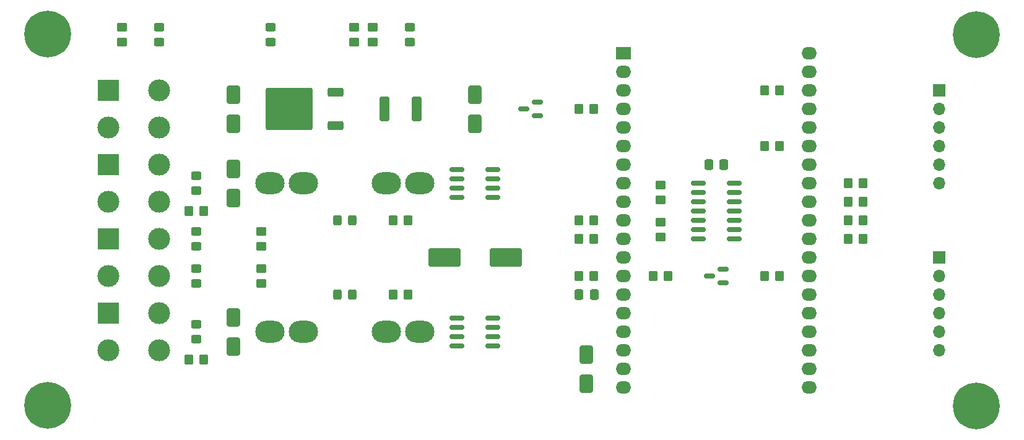
<source format=gts>
G04 #@! TF.GenerationSoftware,KiCad,Pcbnew,8.0.7*
G04 #@! TF.CreationDate,2025-01-05T11:55:31+01:00*
G04 #@! TF.ProjectId,ADLSC,41444c53-432e-46b6-9963-61645f706362,V1.0*
G04 #@! TF.SameCoordinates,Original*
G04 #@! TF.FileFunction,Soldermask,Top*
G04 #@! TF.FilePolarity,Negative*
%FSLAX46Y46*%
G04 Gerber Fmt 4.6, Leading zero omitted, Abs format (unit mm)*
G04 Created by KiCad (PCBNEW 8.0.7) date 2025-01-05 11:55:31*
%MOMM*%
%LPD*%
G01*
G04 APERTURE LIST*
G04 Aperture macros list*
%AMRoundRect*
0 Rectangle with rounded corners*
0 $1 Rounding radius*
0 $2 $3 $4 $5 $6 $7 $8 $9 X,Y pos of 4 corners*
0 Add a 4 corners polygon primitive as box body*
4,1,4,$2,$3,$4,$5,$6,$7,$8,$9,$2,$3,0*
0 Add four circle primitives for the rounded corners*
1,1,$1+$1,$2,$3*
1,1,$1+$1,$4,$5*
1,1,$1+$1,$6,$7*
1,1,$1+$1,$8,$9*
0 Add four rect primitives between the rounded corners*
20,1,$1+$1,$2,$3,$4,$5,0*
20,1,$1+$1,$4,$5,$6,$7,0*
20,1,$1+$1,$6,$7,$8,$9,0*
20,1,$1+$1,$8,$9,$2,$3,0*%
G04 Aperture macros list end*
%ADD10RoundRect,0.150000X-0.825000X-0.150000X0.825000X-0.150000X0.825000X0.150000X-0.825000X0.150000X0*%
%ADD11RoundRect,0.250000X0.350000X0.450000X-0.350000X0.450000X-0.350000X-0.450000X0.350000X-0.450000X0*%
%ADD12C,3.000000*%
%ADD13R,3.000000X3.000000*%
%ADD14RoundRect,0.250000X0.450000X-0.325000X0.450000X0.325000X-0.450000X0.325000X-0.450000X-0.325000X0*%
%ADD15RoundRect,0.150000X0.825000X0.150000X-0.825000X0.150000X-0.825000X-0.150000X0.825000X-0.150000X0*%
%ADD16RoundRect,0.250000X-0.450000X0.350000X-0.450000X-0.350000X0.450000X-0.350000X0.450000X0.350000X0*%
%ADD17RoundRect,0.250000X0.450000X-0.350000X0.450000X0.350000X-0.450000X0.350000X-0.450000X-0.350000X0*%
%ADD18RoundRect,0.250000X0.650000X-1.000000X0.650000X1.000000X-0.650000X1.000000X-0.650000X-1.000000X0*%
%ADD19O,4.000000X3.000000*%
%ADD20RoundRect,0.250000X-0.350000X-0.450000X0.350000X-0.450000X0.350000X0.450000X-0.350000X0.450000X0*%
%ADD21RoundRect,0.250000X-0.325000X-0.450000X0.325000X-0.450000X0.325000X0.450000X-0.325000X0.450000X0*%
%ADD22RoundRect,0.150000X0.587500X0.150000X-0.587500X0.150000X-0.587500X-0.150000X0.587500X-0.150000X0*%
%ADD23RoundRect,0.250000X-0.400000X-1.450000X0.400000X-1.450000X0.400000X1.450000X-0.400000X1.450000X0*%
%ADD24O,1.700000X1.700000*%
%ADD25R,1.700000X1.700000*%
%ADD26RoundRect,0.250000X0.850000X0.350000X-0.850000X0.350000X-0.850000X-0.350000X0.850000X-0.350000X0*%
%ADD27RoundRect,0.249997X2.950003X2.650003X-2.950003X2.650003X-2.950003X-2.650003X2.950003X-2.650003X0*%
%ADD28RoundRect,0.250000X-0.337500X-0.475000X0.337500X-0.475000X0.337500X0.475000X-0.337500X0.475000X0*%
%ADD29O,2.100000X1.700000*%
%ADD30R,2.100000X1.700000*%
%ADD31C,0.800000*%
%ADD32C,6.400000*%
%ADD33RoundRect,0.250000X1.950000X1.000000X-1.950000X1.000000X-1.950000X-1.000000X1.950000X-1.000000X0*%
%ADD34RoundRect,0.250000X0.337500X0.475000X-0.337500X0.475000X-0.337500X-0.475000X0.337500X-0.475000X0*%
G04 APERTURE END LIST*
D10*
X98995000Y-25400000D03*
X98995000Y-26670000D03*
X98995000Y-27940000D03*
X98995000Y-29210000D03*
X98995000Y-30480000D03*
X98995000Y-31750000D03*
X98995000Y-33020000D03*
X94045000Y-33020000D03*
X94045000Y-31750000D03*
X94045000Y-30480000D03*
X94045000Y-29210000D03*
X94045000Y-27940000D03*
X94045000Y-26670000D03*
X94045000Y-25400000D03*
D11*
X24400000Y-29210000D03*
X26400000Y-29210000D03*
D12*
X20320000Y-12700000D03*
D13*
X13320000Y-12700000D03*
D12*
X20320000Y-17780000D03*
X13320000Y-17780000D03*
D14*
X20320000Y-6105000D03*
X20320000Y-4055000D03*
D15*
X61025000Y-47625000D03*
X61025000Y-46355000D03*
X61025000Y-45085000D03*
X61025000Y-43815000D03*
X65975000Y-43815000D03*
X65975000Y-45085000D03*
X65975000Y-46355000D03*
X65975000Y-47625000D03*
D16*
X88900000Y-32750000D03*
X88900000Y-30750000D03*
D17*
X34290000Y-37100000D03*
X34290000Y-39100000D03*
D11*
X103140000Y-12700000D03*
X105140000Y-12700000D03*
D18*
X30480000Y-43720000D03*
X30480000Y-47720000D03*
D11*
X52340000Y-40640000D03*
X54340000Y-40640000D03*
D17*
X88900000Y-25670000D03*
X88900000Y-27670000D03*
D11*
X52340000Y-30480000D03*
X54340000Y-30480000D03*
D18*
X30480000Y-23400000D03*
X30480000Y-27400000D03*
D19*
X35470000Y-45720000D03*
X40070000Y-45720000D03*
X51370000Y-45720000D03*
X55970000Y-45720000D03*
D12*
X13320000Y-48260000D03*
X20320000Y-48260000D03*
D13*
X13320000Y-43180000D03*
D12*
X20320000Y-43180000D03*
D11*
X114570000Y-27940000D03*
X116570000Y-27940000D03*
X24400000Y-49530000D03*
X26400000Y-49530000D03*
D12*
X13320000Y-27940000D03*
X20320000Y-27940000D03*
D13*
X13320000Y-22860000D03*
D12*
X20320000Y-22860000D03*
D20*
X105140000Y-38100000D03*
X103140000Y-38100000D03*
D17*
X49530000Y-4080000D03*
X49530000Y-6080000D03*
D15*
X61025000Y-27305000D03*
X61025000Y-26035000D03*
X61025000Y-24765000D03*
X61025000Y-23495000D03*
X65975000Y-23495000D03*
X65975000Y-24765000D03*
X65975000Y-26035000D03*
X65975000Y-27305000D03*
D21*
X46745000Y-40640000D03*
X44695000Y-40640000D03*
D14*
X25400000Y-37075000D03*
X25400000Y-39125000D03*
D22*
X95582500Y-38100000D03*
X97457500Y-37150000D03*
X97457500Y-39050000D03*
D23*
X55565000Y-15240000D03*
X51115000Y-15240000D03*
D24*
X127000000Y-25400000D03*
X127000000Y-22860000D03*
X127000000Y-20320000D03*
X127000000Y-17780000D03*
X127000000Y-15240000D03*
D25*
X127000000Y-12700000D03*
D18*
X78740000Y-48800000D03*
X78740000Y-52800000D03*
X30480000Y-13240000D03*
X30480000Y-17240000D03*
D26*
X44400000Y-12960000D03*
D27*
X38100000Y-15240000D03*
D26*
X44400000Y-17520000D03*
D19*
X35470000Y-25400000D03*
X40070000Y-25400000D03*
X51370000Y-25400000D03*
X55970000Y-25400000D03*
D17*
X15240000Y-4080000D03*
X15240000Y-6080000D03*
D28*
X79807500Y-40640000D03*
X77732500Y-40640000D03*
D29*
X109220000Y-7620000D03*
X109220000Y-10160000D03*
X109220000Y-12700000D03*
X109220000Y-15240000D03*
X109220000Y-17780000D03*
X109220000Y-20320000D03*
X109220000Y-22860000D03*
X109220000Y-25400000D03*
X109220000Y-27940000D03*
X109220000Y-30480000D03*
X109220000Y-33020000D03*
X109220000Y-35560000D03*
X109220000Y-38100000D03*
X109220000Y-40640000D03*
X109220000Y-43180000D03*
X109220000Y-45720000D03*
X109220000Y-48260000D03*
X109220000Y-50800000D03*
X109220000Y-53340000D03*
X83820000Y-53340000D03*
X83820000Y-50800000D03*
X83820000Y-48260000D03*
X83820000Y-45720000D03*
X83820000Y-43180000D03*
X83820000Y-40640000D03*
X83820000Y-38100000D03*
X83820000Y-35560000D03*
X83820000Y-33020000D03*
X83820000Y-30480000D03*
X83820000Y-27940000D03*
X83820000Y-25400000D03*
X83820000Y-22860000D03*
X83820000Y-20320000D03*
X83820000Y-17780000D03*
X83820000Y-15240000D03*
X83820000Y-12700000D03*
X83820000Y-10160000D03*
D30*
X83820000Y-7620000D03*
D11*
X114570000Y-33020000D03*
X116570000Y-33020000D03*
D14*
X25400000Y-24375000D03*
X25400000Y-26425000D03*
D22*
X70182500Y-15240000D03*
X72057500Y-14290000D03*
X72057500Y-16190000D03*
D11*
X114570000Y-25400000D03*
X116570000Y-25400000D03*
D31*
X129680000Y-55880000D03*
X130382944Y-54182944D03*
X130382944Y-57577056D03*
X132080000Y-53480000D03*
D32*
X132080000Y-55880000D03*
D31*
X132080000Y-58280000D03*
X133777056Y-54182944D03*
X133777056Y-57577056D03*
X134480000Y-55880000D03*
D24*
X127000000Y-48260000D03*
X127000000Y-45720000D03*
X127000000Y-43180000D03*
X127000000Y-40640000D03*
X127000000Y-38100000D03*
D25*
X127000000Y-35560000D03*
D31*
X129680000Y-5080000D03*
X130382944Y-3382944D03*
X130382944Y-6777056D03*
X132080000Y-2680000D03*
D32*
X132080000Y-5080000D03*
D31*
X132080000Y-7480000D03*
X133777056Y-3382944D03*
X133777056Y-6777056D03*
X134480000Y-5080000D03*
D14*
X54610000Y-4055000D03*
X54610000Y-6105000D03*
D11*
X79740000Y-30480000D03*
X77740000Y-30480000D03*
D33*
X59300000Y-35560000D03*
X67700000Y-35560000D03*
D18*
X63500000Y-13240000D03*
X63500000Y-17240000D03*
D14*
X25400000Y-44695000D03*
X25400000Y-46745000D03*
D20*
X79740000Y-38100000D03*
X77740000Y-38100000D03*
D11*
X77740000Y-33020000D03*
X79740000Y-33020000D03*
D20*
X77740000Y-15240000D03*
X79740000Y-15240000D03*
D31*
X2680000Y-4940000D03*
X3382944Y-3242944D03*
X3382944Y-6637056D03*
X5080000Y-2540000D03*
D32*
X5080000Y-4940000D03*
D31*
X5080000Y-7340000D03*
X6777056Y-3242944D03*
X6777056Y-6637056D03*
X7480000Y-4940000D03*
D11*
X87900000Y-38100000D03*
X89900000Y-38100000D03*
D12*
X20320000Y-33020000D03*
D13*
X13320000Y-33020000D03*
D12*
X20320000Y-38100000D03*
X13320000Y-38100000D03*
D17*
X46990000Y-4080000D03*
X46990000Y-6080000D03*
D34*
X95482500Y-22860000D03*
X97557500Y-22860000D03*
D11*
X114570000Y-30480000D03*
X116570000Y-30480000D03*
D17*
X34290000Y-34020000D03*
X34290000Y-32020000D03*
D11*
X103140000Y-20320000D03*
X105140000Y-20320000D03*
D21*
X46745000Y-30480000D03*
X44695000Y-30480000D03*
D14*
X35560000Y-4055000D03*
X35560000Y-6105000D03*
D31*
X2680000Y-55740000D03*
X3382944Y-54042944D03*
X3382944Y-57437056D03*
X5080000Y-53340000D03*
D32*
X5080000Y-55740000D03*
D31*
X5080000Y-58140000D03*
X6777056Y-54042944D03*
X6777056Y-57437056D03*
X7480000Y-55740000D03*
D14*
X25400000Y-31995000D03*
X25400000Y-34045000D03*
M02*

</source>
